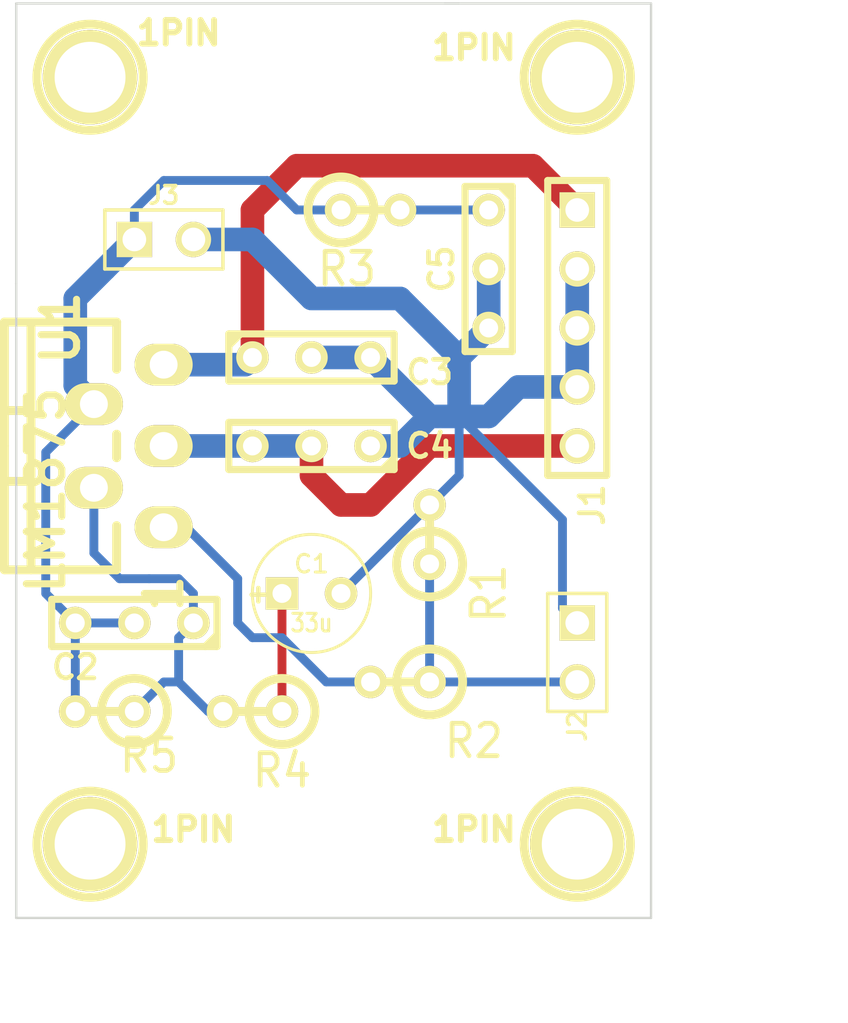
<source format=kicad_pcb>
(kicad_pcb (version 3) (host pcbnew "(2013-07-07 BZR 4022)-stable")

  (general
    (links 29)
    (no_connects 0)
    (area 11.747499 12.649999 51.485714 58.58)
    (thickness 1.6)
    (drawings 8)
    (tracks 73)
    (zones 0)
    (modules 18)
    (nets 10)
  )

  (page USLetter)
  (title_block 
    (title "AIA Rev. B Power Amp")
    (rev B00)
    (company "Ali Kocaturk")
  )

  (layers
    (15 F.Cu signal)
    (0 B.Cu signal)
    (16 B.Adhes user)
    (17 F.Adhes user)
    (18 B.Paste user)
    (19 F.Paste user)
    (20 B.SilkS user)
    (21 F.SilkS user)
    (22 B.Mask user)
    (23 F.Mask user)
    (24 Dwgs.User user)
    (25 Cmts.User user)
    (26 Eco1.User user)
    (27 Eco2.User user)
    (28 Edge.Cuts user)
  )

  (setup
    (last_trace_width 0.254)
    (user_trace_width 0.381)
    (user_trace_width 1.016)
    (trace_clearance 0.254)
    (zone_clearance 0.508)
    (zone_45_only no)
    (trace_min 0.254)
    (segment_width 0.2)
    (edge_width 0.1)
    (via_size 0.889)
    (via_drill 0.635)
    (via_min_size 0.889)
    (via_min_drill 0.508)
    (uvia_size 0.508)
    (uvia_drill 0.127)
    (uvias_allowed no)
    (uvia_min_size 0.508)
    (uvia_min_drill 0.127)
    (pcb_text_width 0.3)
    (pcb_text_size 1.5 1.5)
    (mod_edge_width 0.15)
    (mod_text_size 1 1)
    (mod_text_width 0.15)
    (pad_size 1.5 1.5)
    (pad_drill 0.6)
    (pad_to_mask_clearance 0)
    (aux_axis_origin 0 0)
    (visible_elements 7FFFFFFF)
    (pcbplotparams
      (layerselection 284196865)
      (usegerberextensions true)
      (excludeedgelayer true)
      (linewidth 0.150000)
      (plotframeref false)
      (viasonmask false)
      (mode 1)
      (useauxorigin false)
      (hpglpennumber 1)
      (hpglpenspeed 20)
      (hpglpendiameter 15)
      (hpglpenoverlay 2)
      (psnegative false)
      (psa4output false)
      (plotreference true)
      (plotvalue true)
      (plotothertext false)
      (plotinvisibletext false)
      (padsonsilk false)
      (subtractmaskfromsilk true)
      (outputformat 1)
      (mirror false)
      (drillshape 0)
      (scaleselection 1)
      (outputdirectory gerber/))
  )

  (net 0 "")
  (net 1 GND)
  (net 2 N-000001)
  (net 3 N-000002)
  (net 4 N-000003)
  (net 5 N-000004)
  (net 6 N-000007)
  (net 7 N-000009)
  (net 8 VCC)
  (net 9 VEE)

  (net_class Default "This is the default net class."
    (clearance 0.254)
    (trace_width 0.254)
    (via_dia 0.889)
    (via_drill 0.635)
    (uvia_dia 0.508)
    (uvia_drill 0.127)
    (add_net "")
    (add_net GND)
    (add_net N-000001)
    (add_net N-000002)
    (add_net N-000003)
    (add_net N-000004)
    (add_net N-000007)
    (add_net N-000009)
    (add_net VCC)
    (add_net VEE)
  )

  (module R1 (layer F.Cu) (tedit 53197572) (tstamp 53196CC6)
    (at 29.21 41.91 180)
    (descr "Resistance verticale")
    (tags R)
    (path /531121C9)
    (autoplace_cost90 10)
    (autoplace_cost180 10)
    (fp_text reference R2 (at -3.175 -2.54 180) (layer F.SilkS)
      (effects (font (size 1.397 1.27) (thickness 0.2032)))
    )
    (fp_text value 1k (at -0.635 -2.54 180) (layer F.SilkS) hide
      (effects (font (size 1.397 1.27) (thickness 0.2032)))
    )
    (fp_line (start -1.27 0) (end 1.27 0) (layer F.SilkS) (width 0.381))
    (fp_circle (center -1.27 0) (end -0.635 1.27) (layer F.SilkS) (width 0.381))
    (pad 1 thru_hole circle (at -1.27 0 180) (size 1.397 1.397) (drill 0.8128)
      (layers *.Cu *.Mask F.SilkS)
      (net 4 N-000003)
    )
    (pad 2 thru_hole circle (at 1.27 0 180) (size 1.397 1.397) (drill 0.8128)
      (layers *.Cu *.Mask F.SilkS)
      (net 3 N-000002)
    )
    (model discret/verti_resistor.wrl
      (at (xyz 0 0 0))
      (scale (xyz 1 1 1))
      (rotate (xyz 0 0 0))
    )
  )

  (module R1 (layer F.Cu) (tedit 5319757A) (tstamp 53196CCE)
    (at 30.48 35.56 90)
    (descr "Resistance verticale")
    (tags R)
    (path /53112306)
    (autoplace_cost90 10)
    (autoplace_cost180 10)
    (fp_text reference R1 (at -2.54 2.54 90) (layer F.SilkS)
      (effects (font (size 1.397 1.27) (thickness 0.2032)))
    )
    (fp_text value 47k (at 0.635 2.54 90) (layer F.SilkS) hide
      (effects (font (size 1.397 1.27) (thickness 0.2032)))
    )
    (fp_line (start -1.27 0) (end 1.27 0) (layer F.SilkS) (width 0.381))
    (fp_circle (center -1.27 0) (end -0.635 1.27) (layer F.SilkS) (width 0.381))
    (pad 1 thru_hole circle (at -1.27 0 90) (size 1.397 1.397) (drill 0.8128)
      (layers *.Cu *.Mask F.SilkS)
      (net 4 N-000003)
    )
    (pad 2 thru_hole circle (at 1.27 0 90) (size 1.397 1.397) (drill 0.8128)
      (layers *.Cu *.Mask F.SilkS)
      (net 1 GND)
    )
    (model discret/verti_resistor.wrl
      (at (xyz 0 0 0))
      (scale (xyz 1 1 1))
      (rotate (xyz 0 0 0))
    )
  )

  (module R1 (layer F.Cu) (tedit 200000) (tstamp 53196CD6)
    (at 27.94 21.59)
    (descr "Resistance verticale")
    (tags R)
    (path /53112490)
    (autoplace_cost90 10)
    (autoplace_cost180 10)
    (fp_text reference R3 (at -1.016 2.54) (layer F.SilkS)
      (effects (font (size 1.397 1.27) (thickness 0.2032)))
    )
    (fp_text value 10 (at -1.143 2.54) (layer F.SilkS) hide
      (effects (font (size 1.397 1.27) (thickness 0.2032)))
    )
    (fp_line (start -1.27 0) (end 1.27 0) (layer F.SilkS) (width 0.381))
    (fp_circle (center -1.27 0) (end -0.635 1.27) (layer F.SilkS) (width 0.381))
    (pad 1 thru_hole circle (at -1.27 0) (size 1.397 1.397) (drill 0.8128)
      (layers *.Cu *.Mask F.SilkS)
      (net 5 N-000004)
    )
    (pad 2 thru_hole circle (at 1.27 0) (size 1.397 1.397) (drill 0.8128)
      (layers *.Cu *.Mask F.SilkS)
      (net 2 N-000001)
    )
    (model discret/verti_resistor.wrl
      (at (xyz 0 0 0))
      (scale (xyz 1 1 1))
      (rotate (xyz 0 0 0))
    )
  )

  (module R1 (layer F.Cu) (tedit 5319755F) (tstamp 53196CDE)
    (at 16.51 43.18 180)
    (descr "Resistance verticale")
    (tags R)
    (path /53195D52)
    (autoplace_cost90 10)
    (autoplace_cost180 10)
    (fp_text reference R5 (at -1.905 -1.905 180) (layer F.SilkS)
      (effects (font (size 1.397 1.27) (thickness 0.2032)))
    )
    (fp_text value 10k (at 1.27 -1.905 180) (layer F.SilkS) hide
      (effects (font (size 1.397 1.27) (thickness 0.2032)))
    )
    (fp_line (start -1.27 0) (end 1.27 0) (layer F.SilkS) (width 0.381))
    (fp_circle (center -1.27 0) (end -0.635 1.27) (layer F.SilkS) (width 0.381))
    (pad 1 thru_hole circle (at -1.27 0 180) (size 1.397 1.397) (drill 0.8128)
      (layers *.Cu *.Mask F.SilkS)
      (net 7 N-000009)
    )
    (pad 2 thru_hole circle (at 1.27 0 180) (size 1.397 1.397) (drill 0.8128)
      (layers *.Cu *.Mask F.SilkS)
      (net 5 N-000004)
    )
    (model discret/verti_resistor.wrl
      (at (xyz 0 0 0))
      (scale (xyz 1 1 1))
      (rotate (xyz 0 0 0))
    )
  )

  (module R1 (layer F.Cu) (tedit 53197562) (tstamp 53196CE6)
    (at 22.86 43.18 180)
    (descr "Resistance verticale")
    (tags R)
    (path /53195DF7)
    (autoplace_cost90 10)
    (autoplace_cost180 10)
    (fp_text reference R4 (at -1.27 -2.54 180) (layer F.SilkS)
      (effects (font (size 1.397 1.27) (thickness 0.2032)))
    )
    (fp_text value 1k (at 1.27 -1.905 180) (layer F.SilkS) hide
      (effects (font (size 1.397 1.27) (thickness 0.2032)))
    )
    (fp_line (start -1.27 0) (end 1.27 0) (layer F.SilkS) (width 0.381))
    (fp_circle (center -1.27 0) (end -0.635 1.27) (layer F.SilkS) (width 0.381))
    (pad 1 thru_hole circle (at -1.27 0 180) (size 1.397 1.397) (drill 0.8128)
      (layers *.Cu *.Mask F.SilkS)
      (net 6 N-000007)
    )
    (pad 2 thru_hole circle (at 1.27 0 180) (size 1.397 1.397) (drill 0.8128)
      (layers *.Cu *.Mask F.SilkS)
      (net 7 N-000009)
    )
    (model discret/verti_resistor.wrl
      (at (xyz 0 0 0))
      (scale (xyz 1 1 1))
      (rotate (xyz 0 0 0))
    )
  )

  (module PIN_ARRAY_5x1 (layer F.Cu) (tedit 53197580) (tstamp 5319DE44)
    (at 36.83 26.67 270)
    (descr "Double rangee de contacts 2 x 5 pins")
    (tags CONN)
    (path /53112010)
    (fp_text reference J1 (at 7.62 -0.635 270) (layer F.SilkS)
      (effects (font (size 1.016 1.016) (thickness 0.2032)))
    )
    (fp_text value "AMP POWER" (at 0 2.54 270) (layer F.SilkS) hide
      (effects (font (size 1.016 1.016) (thickness 0.2032)))
    )
    (fp_line (start -6.35 -1.27) (end -6.35 1.27) (layer F.SilkS) (width 0.3048))
    (fp_line (start 6.35 1.27) (end 6.35 -1.27) (layer F.SilkS) (width 0.3048))
    (fp_line (start -6.35 -1.27) (end 6.35 -1.27) (layer F.SilkS) (width 0.3048))
    (fp_line (start 6.35 1.27) (end -6.35 1.27) (layer F.SilkS) (width 0.3048))
    (pad 1 thru_hole rect (at -5.08 0 270) (size 1.524 1.524) (drill 1.016)
      (layers *.Cu *.Mask F.SilkS)
      (net 8 VCC)
    )
    (pad 2 thru_hole circle (at -2.54 0 270) (size 1.524 1.524) (drill 1.016)
      (layers *.Cu *.Mask F.SilkS)
      (net 1 GND)
    )
    (pad 3 thru_hole circle (at 0 0 270) (size 1.524 1.524) (drill 1.016)
      (layers *.Cu *.Mask F.SilkS)
      (net 1 GND)
    )
    (pad 4 thru_hole circle (at 2.54 0 270) (size 1.524 1.524) (drill 1.016)
      (layers *.Cu *.Mask F.SilkS)
      (net 1 GND)
    )
    (pad 5 thru_hole circle (at 5.08 0 270) (size 1.524 1.524) (drill 1.016)
      (layers *.Cu *.Mask F.SilkS)
      (net 9 VEE)
    )
    (model pin_array/pins_array_5x1.wrl
      (at (xyz 0 0 0))
      (scale (xyz 1 1 1))
      (rotate (xyz 0 0 0))
    )
  )

  (module PIN_ARRAY_2X1 (layer F.Cu) (tedit 4565C520) (tstamp 53196CFD)
    (at 19.05 22.86)
    (descr "Connecteurs 2 pins")
    (tags "CONN DEV")
    (path /531961CB)
    (fp_text reference J3 (at 0 -1.905) (layer F.SilkS)
      (effects (font (size 0.762 0.762) (thickness 0.1524)))
    )
    (fp_text value "AMP OUT" (at 0 -1.905) (layer F.SilkS) hide
      (effects (font (size 0.762 0.762) (thickness 0.1524)))
    )
    (fp_line (start -2.54 1.27) (end -2.54 -1.27) (layer F.SilkS) (width 0.1524))
    (fp_line (start -2.54 -1.27) (end 2.54 -1.27) (layer F.SilkS) (width 0.1524))
    (fp_line (start 2.54 -1.27) (end 2.54 1.27) (layer F.SilkS) (width 0.1524))
    (fp_line (start 2.54 1.27) (end -2.54 1.27) (layer F.SilkS) (width 0.1524))
    (pad 1 thru_hole rect (at -1.27 0) (size 1.524 1.524) (drill 1.016)
      (layers *.Cu *.Mask F.SilkS)
      (net 5 N-000004)
    )
    (pad 2 thru_hole circle (at 1.27 0) (size 1.524 1.524) (drill 1.016)
      (layers *.Cu *.Mask F.SilkS)
      (net 1 GND)
    )
    (model pin_array/pins_array_2x1.wrl
      (at (xyz 0 0 0))
      (scale (xyz 1 1 1))
      (rotate (xyz 0 0 0))
    )
  )

  (module PIN_ARRAY_2X1 (layer F.Cu) (tedit 53197585) (tstamp 53196D07)
    (at 36.83 40.64 270)
    (descr "Connecteurs 2 pins")
    (tags "CONN DEV")
    (path /531961E6)
    (fp_text reference J2 (at 3.175 0 270) (layer F.SilkS)
      (effects (font (size 0.762 0.762) (thickness 0.1524)))
    )
    (fp_text value "AMP IN" (at 0 -1.905 270) (layer F.SilkS) hide
      (effects (font (size 0.762 0.762) (thickness 0.1524)))
    )
    (fp_line (start -2.54 1.27) (end -2.54 -1.27) (layer F.SilkS) (width 0.1524))
    (fp_line (start -2.54 -1.27) (end 2.54 -1.27) (layer F.SilkS) (width 0.1524))
    (fp_line (start 2.54 -1.27) (end 2.54 1.27) (layer F.SilkS) (width 0.1524))
    (fp_line (start 2.54 1.27) (end -2.54 1.27) (layer F.SilkS) (width 0.1524))
    (pad 1 thru_hole rect (at -1.27 0 270) (size 1.524 1.524) (drill 1.016)
      (layers *.Cu *.Mask F.SilkS)
      (net 1 GND)
    )
    (pad 2 thru_hole circle (at 1.27 0 270) (size 1.524 1.524) (drill 1.016)
      (layers *.Cu *.Mask F.SilkS)
      (net 4 N-000003)
    )
    (model pin_array/pins_array_2x1.wrl
      (at (xyz 0 0 0))
      (scale (xyz 1 1 1))
      (rotate (xyz 0 0 0))
    )
  )

  (module C1V5 (layer F.Cu) (tedit 3E070CF4) (tstamp 53196D0F)
    (at 25.4 38.1)
    (descr "Condensateur e = 1 pas")
    (tags C)
    (path /53195EF0)
    (fp_text reference C1 (at 0 -1.26746) (layer F.SilkS)
      (effects (font (size 0.762 0.762) (thickness 0.127)))
    )
    (fp_text value 33u (at 0 1.27) (layer F.SilkS)
      (effects (font (size 0.762 0.635) (thickness 0.127)))
    )
    (fp_text user + (at -2.286 0) (layer F.SilkS)
      (effects (font (size 0.762 0.762) (thickness 0.2032)))
    )
    (fp_circle (center 0 0) (end 0.127 -2.54) (layer F.SilkS) (width 0.127))
    (pad 1 thru_hole rect (at -1.27 0) (size 1.397 1.397) (drill 0.8128)
      (layers *.Cu *.Mask F.SilkS)
      (net 6 N-000007)
    )
    (pad 2 thru_hole circle (at 1.27 0) (size 1.397 1.397) (drill 0.8128)
      (layers *.Cu *.Mask F.SilkS)
      (net 1 GND)
    )
    (model discret/c_vert_c1v5.wrl
      (at (xyz 0 0 0))
      (scale (xyz 1 1 1))
      (rotate (xyz 0 0 0))
    )
  )

  (module C1-1 (layer F.Cu) (tedit 5319750A) (tstamp 53196D1B)
    (at 25.4 27.94)
    (descr "Condensateur e = 1 ou 2 pas")
    (tags C)
    (path /53090736)
    (fp_text reference C3 (at 5.08 0.635) (layer F.SilkS)
      (effects (font (size 1.016 1.016) (thickness 0.2032)))
    )
    (fp_text value 100n (at 0 2.032) (layer F.SilkS) hide
      (effects (font (size 1.016 1.016) (thickness 0.2032)))
    )
    (fp_line (start -3.556 -1.016) (end 3.556 -1.016) (layer F.SilkS) (width 0.3048))
    (fp_line (start 3.556 -1.016) (end 3.556 1.016) (layer F.SilkS) (width 0.3048))
    (fp_line (start 3.556 1.016) (end -3.556 1.016) (layer F.SilkS) (width 0.3048))
    (fp_line (start -3.556 1.016) (end -3.556 -1.016) (layer F.SilkS) (width 0.3048))
    (fp_line (start -3.556 -0.508) (end -3.048 -1.016) (layer F.SilkS) (width 0.3048))
    (pad 1 thru_hole circle (at -2.54 0) (size 1.397 1.397) (drill 0.8128)
      (layers *.Cu *.Mask F.SilkS)
      (net 8 VCC)
    )
    (pad 2 thru_hole circle (at 2.54 0) (size 1.397 1.397) (drill 0.8128)
      (layers *.Cu *.Mask F.SilkS)
      (net 1 GND)
    )
    (pad 2 thru_hole circle (at 0 0) (size 1.397 1.397) (drill 0.8128)
      (layers *.Cu *.Mask F.SilkS)
      (net 1 GND)
    )
    (model discret/capa_2pas_5x5mm.wrl
      (at (xyz 0 0 0))
      (scale (xyz 1 1 1))
      (rotate (xyz 0 0 0))
    )
  )

  (module C1-1 (layer F.Cu) (tedit 5319750F) (tstamp 53196D27)
    (at 25.4 31.75 180)
    (descr "Condensateur e = 1 ou 2 pas")
    (tags C)
    (path /530908E9)
    (fp_text reference C4 (at -5.08 0 180) (layer F.SilkS)
      (effects (font (size 1.016 1.016) (thickness 0.2032)))
    )
    (fp_text value 100n (at 0 2.032 180) (layer F.SilkS) hide
      (effects (font (size 1.016 1.016) (thickness 0.2032)))
    )
    (fp_line (start -3.556 -1.016) (end 3.556 -1.016) (layer F.SilkS) (width 0.3048))
    (fp_line (start 3.556 -1.016) (end 3.556 1.016) (layer F.SilkS) (width 0.3048))
    (fp_line (start 3.556 1.016) (end -3.556 1.016) (layer F.SilkS) (width 0.3048))
    (fp_line (start -3.556 1.016) (end -3.556 -1.016) (layer F.SilkS) (width 0.3048))
    (fp_line (start -3.556 -0.508) (end -3.048 -1.016) (layer F.SilkS) (width 0.3048))
    (pad 1 thru_hole circle (at -2.54 0 180) (size 1.397 1.397) (drill 0.8128)
      (layers *.Cu *.Mask F.SilkS)
      (net 1 GND)
    )
    (pad 2 thru_hole circle (at 2.54 0 180) (size 1.397 1.397) (drill 0.8128)
      (layers *.Cu *.Mask F.SilkS)
      (net 9 VEE)
    )
    (pad 2 thru_hole circle (at 0 0 180) (size 1.397 1.397) (drill 0.8128)
      (layers *.Cu *.Mask F.SilkS)
      (net 9 VEE)
    )
    (model discret/capa_2pas_5x5mm.wrl
      (at (xyz 0 0 0))
      (scale (xyz 1 1 1))
      (rotate (xyz 0 0 0))
    )
  )

  (module C1-1 (layer F.Cu) (tedit 200000) (tstamp 53196D33)
    (at 33.02 24.13 270)
    (descr "Condensateur e = 1 ou 2 pas")
    (tags C)
    (path /5311249F)
    (fp_text reference C5 (at 0 2.032 270) (layer F.SilkS)
      (effects (font (size 1.016 1.016) (thickness 0.2032)))
    )
    (fp_text value 100n (at 0 2.032 270) (layer F.SilkS) hide
      (effects (font (size 1.016 1.016) (thickness 0.2032)))
    )
    (fp_line (start -3.556 -1.016) (end 3.556 -1.016) (layer F.SilkS) (width 0.3048))
    (fp_line (start 3.556 -1.016) (end 3.556 1.016) (layer F.SilkS) (width 0.3048))
    (fp_line (start 3.556 1.016) (end -3.556 1.016) (layer F.SilkS) (width 0.3048))
    (fp_line (start -3.556 1.016) (end -3.556 -1.016) (layer F.SilkS) (width 0.3048))
    (fp_line (start -3.556 -0.508) (end -3.048 -1.016) (layer F.SilkS) (width 0.3048))
    (pad 1 thru_hole circle (at -2.54 0 270) (size 1.397 1.397) (drill 0.8128)
      (layers *.Cu *.Mask F.SilkS)
      (net 2 N-000001)
    )
    (pad 2 thru_hole circle (at 2.54 0 270) (size 1.397 1.397) (drill 0.8128)
      (layers *.Cu *.Mask F.SilkS)
      (net 1 GND)
    )
    (pad 2 thru_hole circle (at 0 0 270) (size 1.397 1.397) (drill 0.8128)
      (layers *.Cu *.Mask F.SilkS)
      (net 1 GND)
    )
    (model discret/capa_2pas_5x5mm.wrl
      (at (xyz 0 0 0))
      (scale (xyz 1 1 1))
      (rotate (xyz 0 0 0))
    )
  )

  (module C1-1 (layer F.Cu) (tedit 5319759B) (tstamp 5319DE5E)
    (at 17.78 39.37 180)
    (descr "Condensateur e = 1 ou 2 pas")
    (tags C)
    (path /53195E0E)
    (fp_text reference C2 (at 2.54 -1.905 180) (layer F.SilkS)
      (effects (font (size 1.016 1.016) (thickness 0.2032)))
    )
    (fp_text value 150p (at -0.635 1.905 180) (layer F.SilkS) hide
      (effects (font (size 1.016 1.016) (thickness 0.2032)))
    )
    (fp_line (start -3.556 -1.016) (end 3.556 -1.016) (layer F.SilkS) (width 0.3048))
    (fp_line (start 3.556 -1.016) (end 3.556 1.016) (layer F.SilkS) (width 0.3048))
    (fp_line (start 3.556 1.016) (end -3.556 1.016) (layer F.SilkS) (width 0.3048))
    (fp_line (start -3.556 1.016) (end -3.556 -1.016) (layer F.SilkS) (width 0.3048))
    (fp_line (start -3.556 -0.508) (end -3.048 -1.016) (layer F.SilkS) (width 0.3048))
    (pad 1 thru_hole circle (at -2.54 0 180) (size 1.397 1.397) (drill 0.8128)
      (layers *.Cu *.Mask F.SilkS)
      (net 7 N-000009)
    )
    (pad 2 thru_hole circle (at 2.54 0 180) (size 1.397 1.397) (drill 0.8128)
      (layers *.Cu *.Mask F.SilkS)
      (net 5 N-000004)
    )
    (pad 2 thru_hole circle (at 0 0 180) (size 1.397 1.397) (drill 0.8128)
      (layers *.Cu *.Mask F.SilkS)
      (net 5 N-000004)
    )
    (model discret/capa_2pas_5x5mm.wrl
      (at (xyz 0 0 0))
      (scale (xyz 1 1 1))
      (rotate (xyz 0 0 0))
    )
  )

  (module Pentawatt_Neutral_Staggered_Verical_TO220-5-T05D (layer F.Cu) (tedit 53197538) (tstamp 53196CBE)
    (at 15.24 31.75 90)
    (descr "Pentawatt, Neutral, Staggered, Verical, TO220-5, T05D,")
    (tags "Pentawatt, Neutral, Staggered, Verical, TO220-5, T05D,")
    (path /53090A4C)
    (fp_text reference U1 (at 5.08 -0.635 90) (layer F.SilkS)
      (effects (font (size 1.524 1.524) (thickness 0.3048)))
    )
    (fp_text value LM1875 (at -1.905 -1.27 90) (layer F.SilkS)
      (effects (font (size 1.524 1.524) (thickness 0.3048)))
    )
    (fp_text user 1 (at -6.35 3.81 90) (layer F.SilkS)
      (effects (font (size 1.524 1.524) (thickness 0.3048)))
    )
    (fp_line (start 3.302 1.778) (end 5.334 1.778) (layer F.SilkS) (width 0.381))
    (fp_line (start -0.508 1.778) (end 0.508 1.778) (layer F.SilkS) (width 0.381))
    (fp_line (start -5.334 1.778) (end -3.429 1.778) (layer F.SilkS) (width 0.381))
    (fp_line (start -1.524 -3.048) (end -1.524 -1.905) (layer F.SilkS) (width 0.381))
    (fp_line (start 1.524 -3.048) (end 1.524 -1.905) (layer F.SilkS) (width 0.381))
    (fp_line (start 5.334 -1.905) (end 5.334 1.778) (layer F.SilkS) (width 0.381))
    (fp_line (start -5.334 1.778) (end -5.334 -1.905) (layer F.SilkS) (width 0.381))
    (fp_line (start 5.334 -3.048) (end 5.334 -1.905) (layer F.SilkS) (width 0.381))
    (fp_line (start 5.334 -1.905) (end -5.334 -1.905) (layer F.SilkS) (width 0.381))
    (fp_line (start -5.334 -1.905) (end -5.334 -3.048) (layer F.SilkS) (width 0.381))
    (fp_line (start 0 -3.048) (end -5.334 -3.048) (layer F.SilkS) (width 0.381))
    (fp_line (start 0 -3.048) (end 5.334 -3.048) (layer F.SilkS) (width 0.381))
    (pad 3 thru_hole oval (at 0 3.79984 180) (size 2.49936 1.80086) (drill 1.19888)
      (layers *.Cu *.Mask F.SilkS)
      (net 9 VEE)
    )
    (pad 1 thru_hole oval (at -3.50012 3.79984 180) (size 2.49936 1.80086) (drill 1.19888)
      (layers *.Cu *.Mask F.SilkS)
      (net 3 N-000002)
    )
    (pad 5 thru_hole oval (at 3.50012 3.79984 180) (size 2.49936 1.80086) (drill 1.19888)
      (layers *.Cu *.Mask F.SilkS)
      (net 8 VCC)
    )
    (pad 4 thru_hole oval (at 1.80086 0.8001 180) (size 2.49936 1.80086) (drill 1.19888)
      (layers *.Cu *.Mask F.SilkS)
      (net 5 N-000004)
    )
    (pad 2 thru_hole oval (at -1.80086 0.8001 180) (size 2.49936 1.80086) (drill 1.19888)
      (layers *.Cu *.Mask F.SilkS)
      (net 7 N-000009)
    )
  )

  (module 1pin (layer F.Cu) (tedit 53197546) (tstamp 5319DCAD)
    (at 15.875 15.875)
    (descr "module 1 pin (ou trou mecanique de percage)")
    (tags DEV)
    (path 1pin)
    (fp_text reference 1PIN (at 3.81 -1.905) (layer F.SilkS)
      (effects (font (size 1.016 1.016) (thickness 0.254)))
    )
    (fp_text value P*** (at 4.445 0) (layer F.SilkS) hide
      (effects (font (size 1.016 1.016) (thickness 0.254)))
    )
    (fp_circle (center 0 0) (end 0 -2.286) (layer F.SilkS) (width 0.381))
    (pad 1 thru_hole circle (at 0 0) (size 4.064 4.064) (drill 3.048)
      (layers *.Cu *.Mask F.SilkS)
    )
  )

  (module 1pin (layer F.Cu) (tedit 53197553) (tstamp 5319DCD1)
    (at 15.875 48.895)
    (descr "module 1 pin (ou trou mecanique de percage)")
    (tags DEV)
    (path 1pin)
    (fp_text reference 1PIN (at 4.445 -0.635) (layer F.SilkS)
      (effects (font (size 1.016 1.016) (thickness 0.254)))
    )
    (fp_text value P*** (at 4.445 1.27) (layer F.SilkS) hide
      (effects (font (size 1.016 1.016) (thickness 0.254)))
    )
    (fp_circle (center 0 0) (end 0 -2.286) (layer F.SilkS) (width 0.381))
    (pad 1 thru_hole circle (at 0 0) (size 4.064 4.064) (drill 3.048)
      (layers *.Cu *.Mask F.SilkS)
    )
  )

  (module 1pin (layer F.Cu) (tedit 5319754A) (tstamp 5319DCDC)
    (at 36.83 15.875)
    (descr "module 1 pin (ou trou mecanique de percage)")
    (tags DEV)
    (path 1pin)
    (fp_text reference 1PIN (at -4.445 -1.27) (layer F.SilkS)
      (effects (font (size 1.016 1.016) (thickness 0.254)))
    )
    (fp_text value P*** (at -4.445 0.635) (layer F.SilkS) hide
      (effects (font (size 1.016 1.016) (thickness 0.254)))
    )
    (fp_circle (center 0 0) (end 0 -2.286) (layer F.SilkS) (width 0.381))
    (pad 1 thru_hole circle (at 0 0) (size 4.064 4.064) (drill 3.048)
      (layers *.Cu *.Mask F.SilkS)
    )
  )

  (module 1pin (layer F.Cu) (tedit 5319754F) (tstamp 5319DCF3)
    (at 36.83 48.895)
    (descr "module 1 pin (ou trou mecanique de percage)")
    (tags DEV)
    (path 1pin)
    (fp_text reference 1PIN (at -4.445 -0.635) (layer F.SilkS)
      (effects (font (size 1.016 1.016) (thickness 0.254)))
    )
    (fp_text value P*** (at -4.445 1.27) (layer F.SilkS) hide
      (effects (font (size 1.016 1.016) (thickness 0.254)))
    )
    (fp_circle (center 0 0) (end 0 -2.286) (layer F.SilkS) (width 0.381))
    (pad 1 thru_hole circle (at 0 0) (size 4.064 4.064) (drill 3.048)
      (layers *.Cu *.Mask F.SilkS)
    )
  )

  (dimension 27.305 (width 0.3) (layer Cmts.User)
    (gr_text "1.0750 in" (at 26.3525 57.229999) (layer Cmts.User)
      (effects (font (size 1.5 1.5) (thickness 0.3)))
    )
    (feature1 (pts (xy 40.005 52.07) (xy 40.005 58.579999)))
    (feature2 (pts (xy 12.7 52.07) (xy 12.7 58.579999)))
    (crossbar (pts (xy 12.7 55.879999) (xy 40.005 55.879999)))
    (arrow1a (pts (xy 40.005 55.879999) (xy 38.878497 56.466419)))
    (arrow1b (pts (xy 40.005 55.879999) (xy 38.878497 55.293579)))
    (arrow2a (pts (xy 12.7 55.879999) (xy 13.826503 56.466419)))
    (arrow2b (pts (xy 12.7 55.879999) (xy 13.826503 55.293579)))
  )
  (dimension 39.37 (width 0.3) (layer Cmts.User)
    (gr_text "1.5500 in" (at 45.799999 32.385 270) (layer Cmts.User)
      (effects (font (size 1.5 1.5) (thickness 0.3)))
    )
    (feature1 (pts (xy 40.005 52.07) (xy 47.149999 52.07)))
    (feature2 (pts (xy 40.005 12.7) (xy 47.149999 12.7)))
    (crossbar (pts (xy 44.449999 12.7) (xy 44.449999 52.07)))
    (arrow1a (pts (xy 44.449999 52.07) (xy 43.863579 50.943497)))
    (arrow1b (pts (xy 44.449999 52.07) (xy 45.036419 50.943497)))
    (arrow2a (pts (xy 44.449999 12.7) (xy 43.863579 13.826503)))
    (arrow2b (pts (xy 44.449999 12.7) (xy 45.036419 13.826503)))
  )
  (gr_line (start 40.005 12.7) (end 31.115 12.7) (angle 90) (layer Edge.Cuts) (width 0.1))
  (gr_line (start 40.005 52.07) (end 40.005 12.7) (angle 90) (layer Edge.Cuts) (width 0.1))
  (gr_line (start 12.7 52.07) (end 40.005 52.07) (angle 90) (layer Edge.Cuts) (width 0.1))
  (gr_line (start 12.7 24.765) (end 12.7 52.07) (angle 90) (layer Edge.Cuts) (width 0.1))
  (gr_line (start 12.7 12.7) (end 12.7 24.765) (angle 90) (layer Edge.Cuts) (width 0.1))
  (gr_line (start 12.7 12.7) (end 31.75 12.7) (angle 90) (layer Edge.Cuts) (width 0.1))

  (segment (start 30.48 34.29) (end 26.67 38.1) (width 0.381) (layer B.Cu) (net 1))
  (segment (start 31.75 30.48) (end 36.195 34.925) (width 0.381) (layer B.Cu) (net 1))
  (segment (start 36.195 38.735) (end 36.83 39.37) (width 0.381) (layer B.Cu) (net 1) (tstamp 53197303))
  (segment (start 36.195 34.925) (end 36.195 38.735) (width 0.381) (layer B.Cu) (net 1) (tstamp 53197301))
  (segment (start 31.75 30.48) (end 31.75 33.02) (width 0.381) (layer B.Cu) (net 1))
  (segment (start 31.75 33.02) (end 30.48 34.29) (width 0.381) (layer B.Cu) (net 1) (tstamp 531972FA))
  (segment (start 30.48 30.48) (end 29.21 31.75) (width 1.016) (layer B.Cu) (net 1))
  (segment (start 29.21 31.75) (end 27.94 31.75) (width 1.016) (layer B.Cu) (net 1) (tstamp 5319722B))
  (segment (start 31.75 30.48) (end 30.48 30.48) (width 1.016) (layer B.Cu) (net 1))
  (segment (start 30.48 30.48) (end 27.94 27.94) (width 1.016) (layer B.Cu) (net 1) (tstamp 53197225))
  (segment (start 27.94 27.94) (end 25.4 27.94) (width 1.016) (layer B.Cu) (net 1) (tstamp 53197228))
  (segment (start 33.02 24.13) (end 33.02 26.67) (width 1.016) (layer B.Cu) (net 1))
  (segment (start 33.02 26.67) (end 31.75 27.94) (width 1.016) (layer B.Cu) (net 1))
  (segment (start 36.83 24.13) (end 36.83 26.67) (width 1.016) (layer B.Cu) (net 1))
  (segment (start 36.83 26.67) (end 36.83 29.21) (width 1.016) (layer B.Cu) (net 1) (tstamp 53197214))
  (segment (start 36.83 29.21) (end 34.29 29.21) (width 1.016) (layer B.Cu) (net 1) (tstamp 53197215))
  (segment (start 34.29 29.21) (end 33.02 30.48) (width 1.016) (layer B.Cu) (net 1) (tstamp 53197216))
  (segment (start 33.02 30.48) (end 31.75 30.48) (width 1.016) (layer B.Cu) (net 1) (tstamp 5319721A))
  (segment (start 20.32 22.86) (end 22.86 22.86) (width 1.016) (layer B.Cu) (net 1))
  (segment (start 31.75 27.94) (end 31.75 30.48) (width 1.016) (layer B.Cu) (net 1) (tstamp 5319720D))
  (segment (start 29.21 25.4) (end 31.75 27.94) (width 1.016) (layer B.Cu) (net 1) (tstamp 5319720C))
  (segment (start 25.4 25.4) (end 29.21 25.4) (width 1.016) (layer B.Cu) (net 1) (tstamp 5319720A))
  (segment (start 22.86 22.86) (end 25.4 25.4) (width 1.016) (layer B.Cu) (net 1) (tstamp 53197206))
  (segment (start 33.02 21.59) (end 29.21 21.59) (width 0.381) (layer B.Cu) (net 2))
  (segment (start 27.94 41.91) (end 26.035 41.91) (width 0.381) (layer B.Cu) (net 3))
  (segment (start 20.01012 35.25012) (end 19.03984 35.25012) (width 0.381) (layer B.Cu) (net 3) (tstamp 53197326))
  (segment (start 22.225 37.465) (end 20.01012 35.25012) (width 0.381) (layer B.Cu) (net 3) (tstamp 53197325))
  (segment (start 22.225 39.37) (end 22.225 37.465) (width 0.381) (layer B.Cu) (net 3) (tstamp 53197324))
  (segment (start 22.86 40.005) (end 22.225 39.37) (width 0.381) (layer B.Cu) (net 3) (tstamp 53197321))
  (segment (start 24.13 40.005) (end 22.86 40.005) (width 0.381) (layer B.Cu) (net 3) (tstamp 53197320))
  (segment (start 26.035 41.91) (end 24.13 40.005) (width 0.381) (layer B.Cu) (net 3) (tstamp 5319731D))
  (segment (start 36.83 41.91) (end 30.48 41.91) (width 0.381) (layer B.Cu) (net 4))
  (segment (start 30.48 36.83) (end 30.48 41.91) (width 0.381) (layer B.Cu) (net 4))
  (segment (start 15.24 39.37) (end 17.78 39.37) (width 0.381) (layer B.Cu) (net 5))
  (segment (start 15.24 43.18) (end 15.24 39.37) (width 0.381) (layer B.Cu) (net 5))
  (segment (start 15.24 39.37) (end 13.97 38.1) (width 0.381) (layer B.Cu) (net 5) (tstamp 5319738A))
  (segment (start 13.97 38.1) (end 13.97 32.01924) (width 0.381) (layer B.Cu) (net 5) (tstamp 5319738B))
  (segment (start 13.97 32.01924) (end 16.0401 29.94914) (width 0.381) (layer B.Cu) (net 5) (tstamp 53197391))
  (segment (start 26.67 21.59) (end 24.765 21.59) (width 0.381) (layer B.Cu) (net 5))
  (segment (start 17.78 21.59) (end 17.78 22.86) (width 0.381) (layer B.Cu) (net 5) (tstamp 531972E0))
  (segment (start 19.05 20.32) (end 17.78 21.59) (width 0.381) (layer B.Cu) (net 5) (tstamp 531972DE))
  (segment (start 23.495 20.32) (end 19.05 20.32) (width 0.381) (layer B.Cu) (net 5) (tstamp 531972DC))
  (segment (start 24.765 21.59) (end 23.495 20.32) (width 0.381) (layer B.Cu) (net 5) (tstamp 531972DA))
  (segment (start 17.78 22.86) (end 16.51 24.13) (width 1.016) (layer B.Cu) (net 5))
  (segment (start 15.24 29.14904) (end 16.0401 29.94914) (width 1.016) (layer B.Cu) (net 5) (tstamp 531971DD))
  (segment (start 15.24 25.4) (end 15.24 29.14904) (width 1.016) (layer B.Cu) (net 5) (tstamp 531971DC))
  (segment (start 16.51 24.13) (end 15.24 25.4) (width 1.016) (layer B.Cu) (net 5) (tstamp 531971DB))
  (segment (start 24.13 38.1) (end 24.13 43.18) (width 0.381) (layer F.Cu) (net 6))
  (segment (start 16.0401 33.55086) (end 16.0401 36.3601) (width 0.381) (layer B.Cu) (net 7))
  (segment (start 20.32 38.1) (end 20.32 39.37) (width 0.381) (layer B.Cu) (net 7) (tstamp 5319DE66))
  (segment (start 19.685 37.465) (end 20.32 38.1) (width 0.381) (layer B.Cu) (net 7) (tstamp 5319DE65))
  (segment (start 18.415 37.465) (end 19.685 37.465) (width 0.381) (layer B.Cu) (net 7) (tstamp 5319DE64))
  (segment (start 17.145 37.465) (end 18.415 37.465) (width 0.381) (layer B.Cu) (net 7) (tstamp 5319DE63))
  (segment (start 16.0401 36.3601) (end 17.145 37.465) (width 0.381) (layer B.Cu) (net 7) (tstamp 5319DE62))
  (segment (start 19.685 41.91) (end 19.05 41.91) (width 0.381) (layer B.Cu) (net 7))
  (segment (start 19.05 41.91) (end 17.78 43.18) (width 0.381) (layer B.Cu) (net 7) (tstamp 53197387))
  (segment (start 21.59 43.18) (end 20.955 43.18) (width 0.381) (layer B.Cu) (net 7))
  (segment (start 19.685 40.005) (end 20.32 39.37) (width 0.381) (layer B.Cu) (net 7) (tstamp 53197384))
  (segment (start 19.685 41.91) (end 19.685 40.005) (width 0.381) (layer B.Cu) (net 7) (tstamp 53197382))
  (segment (start 20.955 43.18) (end 19.685 41.91) (width 0.381) (layer B.Cu) (net 7) (tstamp 5319737C))
  (segment (start 22.86 27.94) (end 22.86 21.59) (width 1.016) (layer F.Cu) (net 8))
  (segment (start 34.925 19.685) (end 36.83 21.59) (width 1.016) (layer F.Cu) (net 8) (tstamp 5319728D))
  (segment (start 24.765 19.685) (end 34.925 19.685) (width 1.016) (layer F.Cu) (net 8) (tstamp 5319728C))
  (segment (start 22.86 21.59) (end 24.765 19.685) (width 1.016) (layer F.Cu) (net 8) (tstamp 53197287))
  (segment (start 19.03984 28.24988) (end 22.55012 28.24988) (width 1.016) (layer B.Cu) (net 8))
  (segment (start 22.55012 28.24988) (end 22.86 27.94) (width 1.016) (layer B.Cu) (net 8) (tstamp 531971EE))
  (segment (start 25.4 31.75) (end 25.4 33.02) (width 1.016) (layer F.Cu) (net 9))
  (segment (start 30.48 31.75) (end 36.83 31.75) (width 1.016) (layer F.Cu) (net 9) (tstamp 5319729D))
  (segment (start 27.94 34.29) (end 30.48 31.75) (width 1.016) (layer F.Cu) (net 9) (tstamp 53197299))
  (segment (start 26.67 34.29) (end 27.94 34.29) (width 1.016) (layer F.Cu) (net 9) (tstamp 53197297))
  (segment (start 25.4 33.02) (end 26.67 34.29) (width 1.016) (layer F.Cu) (net 9) (tstamp 53197295))
  (segment (start 19.03984 31.75) (end 22.86 31.75) (width 1.016) (layer B.Cu) (net 9))
  (segment (start 22.86 31.75) (end 25.4 31.75) (width 1.016) (layer B.Cu) (net 9) (tstamp 531971F2))

)

</source>
